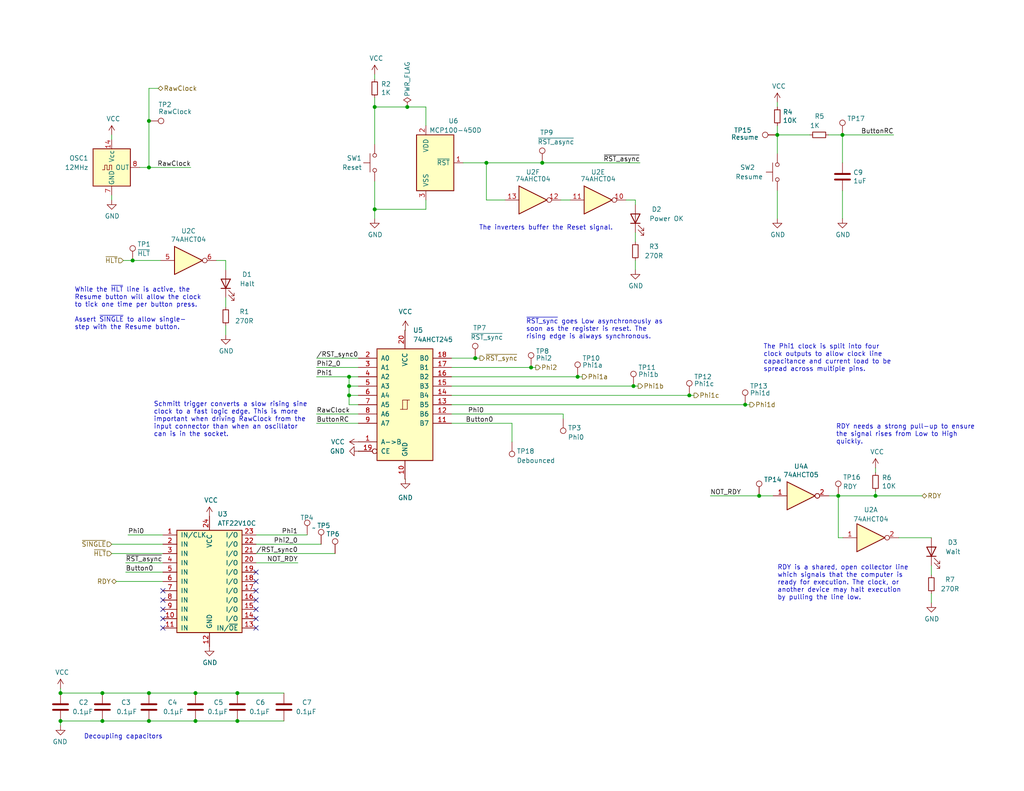
<source format=kicad_sch>
(kicad_sch (version 20250114) (generator "eeschema") (generator_version "9.0")
  (paper "USLetter")
  (title_block (title "Turtle16: Clock") (date "2023-10-15") (rev "D"))
  (lib_symbols
    (symbol "74xx:74HC245" (pin_names (offset 1.016))
      (property "Reference" "U" (at -7.62 16.51 0))
      (property "Value" "74HC245" (at -7.62 -16.51 0))
      (symbol "74HC245_1_0"
        (polyline (pts (xy -1.27 -1.27) (xy 0.635 -1.27) (xy 0.635 1.27) (xy 1.27 1.27)))
        (polyline (pts (xy -0.635 -1.27) (xy -0.635 1.27) (xy 0.635 1.27)))
        (pin tri_state line (at -12.7 12.7 0) (length 5.08) (name "A0") (number "2"))
        (pin tri_state line (at -12.7 10.16 0) (length 5.08) (name "A1") (number "3"))
        (pin tri_state line (at -12.7 7.62 0) (length 5.08) (name "A2") (number "4"))
        (pin tri_state line (at -12.7 5.08 0) (length 5.08) (name "A3") (number "5"))
        (pin tri_state line (at -12.7 2.54 0) (length 5.08) (name "A4") (number "6"))
        (pin tri_state line (at -12.7 0 0) (length 5.08) (name "A5") (number "7"))
        (pin tri_state line (at -12.7 -2.54 0) (length 5.08) (name "A6") (number "8"))
        (pin tri_state line (at -12.7 -5.08 0) (length 5.08) (name "A7") (number "9"))
        (pin input line (at -12.7 -10.16 0) (length 5.08) (name "A->B") (number "1"))
        (pin input inverted (at -12.7 -12.7 0) (length 5.08) (name "CE") (number "19"))
        (pin power_in line (at 0 20.32 270) (length 5.08) (name "VCC") (number "20"))
        (pin power_in line (at 0 -20.32 90) (length 5.08) (name "GND") (number "10"))
        (pin tri_state line (at 12.7 12.7 180) (length 5.08) (name "B0") (number "18"))
        (pin tri_state line (at 12.7 10.16 180) (length 5.08) (name "B1") (number "17"))
        (pin tri_state line (at 12.7 7.62 180) (length 5.08) (name "B2") (number "16"))
        (pin tri_state line (at 12.7 5.08 180) (length 5.08) (name "B3") (number "15"))
        (pin tri_state line (at 12.7 2.54 180) (length 5.08) (name "B4") (number "14"))
        (pin tri_state line (at 12.7 0 180) (length 5.08) (name "B5") (number "13"))
        (pin tri_state line (at 12.7 -2.54 180) (length 5.08) (name "B6") (number "12"))
        (pin tri_state line (at 12.7 -5.08 180) (length 5.08) (name "B7") (number "11"))
      )
      (symbol "74HC245_1_1"
        (rectangle (start -7.62 15.24) (end 7.62 -15.24) (stroke (width 0.254)) (fill (type background)))
      )
    )
    (symbol "74xx:74LS04"
      (property "Reference" "U" (at 0 1.27 0))
      (property "Value" "74LS04" (at 0 -1.27 0))
      (symbol "74LS04_1_0"
        (polyline (pts (xy -3.81 3.81) (xy -3.81 -3.81) (xy 3.81 0) (xy -3.81 3.81)) (stroke (width 0.254)) (fill (type background)))
        (pin input line (at -7.62 0 0) (length 3.81) (name "~") (number "1"))
        (pin output inverted (at 7.62 0 180) (length 3.81) (name "~") (number "2"))
      )
      (symbol "74LS04_2_0"
        (polyline (pts (xy -3.81 3.81) (xy -3.81 -3.81) (xy 3.81 0) (xy -3.81 3.81)) (stroke (width 0.254)) (fill (type background)))
        (pin input line (at -7.62 0 0) (length 3.81) (name "~") (number "3"))
        (pin output inverted (at 7.62 0 180) (length 3.81) (name "~") (number "4"))
      )
      (symbol "74LS04_3_0"
        (polyline (pts (xy -3.81 3.81) (xy -3.81 -3.81) (xy 3.81 0) (xy -3.81 3.81)) (stroke (width 0.254)) (fill (type background)))
        (pin input line (at -7.62 0 0) (length 3.81) (name "~") (number "5"))
        (pin output inverted (at 7.62 0 180) (length 3.81) (name "~") (number "6"))
      )
      (symbol "74LS04_4_0"
        (polyline (pts (xy -3.81 3.81) (xy -3.81 -3.81) (xy 3.81 0) (xy -3.81 3.81)) (stroke (width 0.254)) (fill (type background)))
        (pin input line (at -7.62 0 0) (length 3.81) (name "~") (number "9"))
        (pin output inverted (at 7.62 0 180) (length 3.81) (name "~") (number "8"))
      )
      (symbol "74LS04_5_0"
        (polyline (pts (xy -3.81 3.81) (xy -3.81 -3.81) (xy 3.81 0) (xy -3.81 3.81)) (stroke (width 0.254)) (fill (type background)))
        (pin input line (at -7.62 0 0) (length 3.81) (name "~") (number "11"))
        (pin output inverted (at 7.62 0 180) (length 3.81) (name "~") (number "10"))
      )
      (symbol "74LS04_6_0"
        (polyline (pts (xy -3.81 3.81) (xy -3.81 -3.81) (xy 3.81 0) (xy -3.81 3.81)) (stroke (width 0.254)) (fill (type background)))
        (pin input line (at -7.62 0 0) (length 3.81) (name "~") (number "13"))
        (pin output inverted (at 7.62 0 180) (length 3.81) (name "~") (number "12"))
      )
      (symbol "74LS04_7_0"
        (pin power_in line (at 0 12.7 270) (length 5.08) (name "VCC") (number "14"))
        (pin power_in line (at 0 -12.7 90) (length 5.08) (name "GND") (number "7"))
      )
      (symbol "74LS04_7_1"
        (rectangle (start -5.08 7.62) (end 5.08 -7.62) (stroke (width 0.254)) (fill (type background)))
      )
    )
    (symbol "74xx:74LS05" (pin_names (offset 1.016))
      (property "Reference" "U" (at 0 1.27 0))
      (property "Value" "74LS05" (at 0 -1.27 0))
      (symbol "74LS05_1_0"
        (polyline (pts (xy -3.81 3.81) (xy -3.81 -3.81) (xy 3.81 0) (xy -3.81 3.81)) (stroke (width 0.254)) (fill (type background)))
        (pin input line (at -7.62 0 0) (length 3.81) (name "~") (number "1"))
        (pin open_collector inverted (at 7.62 0 180) (length 3.81) (name "~") (number "2"))
      )
      (symbol "74LS05_2_0"
        (polyline (pts (xy -3.81 3.81) (xy -3.81 -3.81) (xy 3.81 0) (xy -3.81 3.81)) (stroke (width 0.254)) (fill (type background)))
        (pin input line (at -7.62 0 0) (length 3.81) (name "~") (number "3"))
        (pin open_collector inverted (at 7.62 0 180) (length 3.81) (name "~") (number "4"))
      )
      (symbol "74LS05_3_0"
        (polyline (pts (xy -3.81 3.81) (xy -3.81 -3.81) (xy 3.81 0) (xy -3.81 3.81)) (stroke (width 0.254)) (fill (type background)))
        (pin input line (at -7.62 0 0) (length 3.81) (name "~") (number "5"))
        (pin open_collector inverted (at 7.62 0 180) (length 3.81) (name "~") (number "6"))
      )
      (symbol "74LS05_4_0"
        (polyline (pts (xy -3.81 3.81) (xy -3.81 -3.81) (xy 3.81 0) (xy -3.81 3.81)) (stroke (width 0.254)) (fill (type background)))
        (pin input line (at -7.62 0 0) (length 3.81) (name "~") (number "9"))
        (pin open_collector inverted (at 7.62 0 180) (length 3.81) (name "~") (number "8"))
      )
      (symbol "74LS05_5_0"
        (polyline (pts (xy -3.81 3.81) (xy -3.81 -3.81) (xy 3.81 0) (xy -3.81 3.81)) (stroke (width 0.254)) (fill (type background)))
        (pin input line (at -7.62 0 0) (length 3.81) (name "~") (number "11"))
        (pin open_collector inverted (at 7.62 0 180) (length 3.81) (name "~") (number "10"))
      )
      (symbol "74LS05_6_0"
        (polyline (pts (xy -3.81 3.81) (xy -3.81 -3.81) (xy 3.81 0) (xy -3.81 3.81)) (stroke (width 0.254)) (fill (type background)))
        (pin input line (at -7.62 0 0) (length 3.81) (name "~") (number "13"))
        (pin open_collector inverted (at 7.62 0 180) (length 3.81) (name "~") (number "12"))
      )
      (symbol "74LS05_7_0"
        (pin power_in line (at 0 12.7 270) (length 5.08) (name "VCC") (number "14"))
        (pin power_in line (at 0 -12.7 90) (length 5.08) (name "GND") (number "7"))
      )
      (symbol "74LS05_7_1"
        (rectangle (start -5.08 7.62) (end 5.08 -7.62) (stroke (width 0.254)) (fill (type background)))
      )
    )
    (symbol "ClockModule-rescue:ATF22V10C-Logic_Programmable" (pin_names (offset 1.016))
      (property "Reference" "U" (at -7.62 17.78 0))
      (property "Value" "ATF22V10C-Logic_Programmable" (at -7.62 15.24 0))
      (symbol "ATF22V10C-Logic_Programmable_1_1"
        (rectangle (start -8.89 -15.24) (end 8.89 12.7) (stroke (width 0.254)) (fill (type background)))
        (pin input line (at -12.7 11.43 0) (length 3.81) (name "IN/CLK") (number "1"))
        (pin input line (at -12.7 8.89 0) (length 3.81) (name "IN") (number "2"))
        (pin input line (at -12.7 6.35 0) (length 3.81) (name "IN") (number "3"))
        (pin input line (at -12.7 3.81 0) (length 3.81) (name "IN") (number "4"))
        (pin input line (at -12.7 1.27 0) (length 3.81) (name "IN") (number "5"))
        (pin input line (at -12.7 -1.27 0) (length 3.81) (name "IN") (number "6"))
        (pin input line (at -12.7 -3.81 0) (length 3.81) (name "IN") (number "7"))
        (pin input line (at -12.7 -6.35 0) (length 3.81) (name "IN") (number "8"))
        (pin input line (at -12.7 -8.89 0) (length 3.81) (name "IN") (number "9"))
        (pin input line (at -12.7 -11.43 0) (length 3.81) (name "IN") (number "10"))
        (pin input line (at -12.7 -13.97 0) (length 3.81) (name "IN") (number "11"))
        (pin power_in line (at 0 16.51 270) (length 3.81) (name "VCC") (number "24"))
        (pin power_in line (at 0 -19.05 90) (length 3.81) (name "GND") (number "12"))
        (pin passive line (at 12.7 11.43 180) (length 3.81) (name "I/O") (number "23"))
        (pin passive line (at 12.7 8.89 180) (length 3.81) (name "I/O") (number "22"))
        (pin passive line (at 12.7 6.35 180) (length 3.81) (name "I/O") (number "21"))
        (pin passive line (at 12.7 3.81 180) (length 3.81) (name "I/O") (number "20"))
        (pin passive line (at 12.7 1.27 180) (length 3.81) (name "I/O") (number "19"))
        (pin passive line (at 12.7 -1.27 180) (length 3.81) (name "I/O") (number "18"))
        (pin passive line (at 12.7 -3.81 180) (length 3.81) (name "I/O") (number "17"))
        (pin passive line (at 12.7 -6.35 180) (length 3.81) (name "I/O") (number "16"))
        (pin passive line (at 12.7 -8.89 180) (length 3.81) (name "I/O") (number "15"))
        (pin passive line (at 12.7 -11.43 180) (length 3.81) (name "I/O") (number "14"))
        (pin input line (at 12.7 -13.97 180) (length 3.81) (name "IN/~{OE}") (number "13"))
      )
    )
    (symbol "Connector:TestPoint" (pin_numbers (hide yes)) (pin_names (offset 0.762) (hide yes))
      (property "Reference" "TP" (at 0 6.858 0))
      (property "Value" "TestPoint" (at 0 5.08 0))
      (symbol "TestPoint_0_1"
        (circle (center 0 3.302) (radius 0.762))
      )
      (symbol "TestPoint_1_1"
        (pin passive line (at 0 0 90) (length 2.54) (name "1") (number "1"))
      )
    )
    (symbol "Device:C" (pin_numbers (hide yes)) (pin_names (offset 0.254))
      (property "Reference" "C" (at 0.635 2.54 0))
      (property "Value" "C" (at 0.635 -2.54 0))
      (symbol "C_0_1"
        (polyline (pts (xy -2.032 0.762) (xy 2.032 0.762)) (stroke (width 0.508)))
        (polyline (pts (xy -2.032 -0.762) (xy 2.032 -0.762)) (stroke (width 0.508)))
      )
      (symbol "C_1_1"
        (pin passive line (at 0 3.81 270) (length 2.794) (name "~") (number "1"))
        (pin passive line (at 0 -3.81 90) (length 2.794) (name "~") (number "2"))
      )
    )
    (symbol "Device:LED" (pin_numbers (hide yes)) (pin_names (offset 1.016) (hide yes))
      (property "Reference" "D" (at 0 2.54 0))
      (property "Value" "LED" (at 0 -2.54 0))
      (symbol "LED_0_1"
        (polyline (pts (xy -3.048 -0.762) (xy -4.572 -2.286) (xy -3.81 -2.286) (xy -4.572 -2.286) (xy -4.572 -1.524)))
        (polyline (pts (xy -1.778 -0.762) (xy -3.302 -2.286) (xy -2.54 -2.286) (xy -3.302 -2.286) (xy -3.302 -1.524)))
        (polyline (pts (xy -1.27 0) (xy 1.27 0)))
        (polyline (pts (xy -1.27 -1.27) (xy -1.27 1.27)) (stroke (width 0.254)))
        (polyline (pts (xy 1.27 -1.27) (xy 1.27 1.27) (xy -1.27 0) (xy 1.27 -1.27)) (stroke (width 0.254)))
      )
      (symbol "LED_1_1"
        (pin passive line (at -3.81 0 0) (length 2.54) (name "K") (number "1"))
        (pin passive line (at 3.81 0 180) (length 2.54) (name "A") (number "2"))
      )
    )
    (symbol "Device:R_Small" (pin_numbers (hide yes)) (pin_names (offset 0.254) (hide yes))
      (property "Reference" "R" (at 0.762 0.508 0))
      (property "Value" "R_Small" (at 0.762 -1.016 0))
      (symbol "R_Small_0_1"
        (rectangle (start -0.762 1.778) (end 0.762 -1.778) (stroke (width 0.2032)))
      )
      (symbol "R_Small_1_1"
        (pin passive line (at 0 2.54 270) (length 0.762) (name "~") (number "1"))
        (pin passive line (at 0 -2.54 90) (length 0.762) (name "~") (number "2"))
      )
    )
    (symbol "Oscillator:ACO-xxxMHz" (pin_names (offset 0.254))
      (property "Reference" "X" (at -5.08 6.35 0))
      (property "Value" "ACO-xxxMHz" (at 1.27 -6.35 0))
      (symbol "ACO-xxxMHz_0_1"
        (rectangle (start -5.08 5.08) (end 5.08 -5.08) (stroke (width 0.254)) (fill (type background)))
        (polyline (pts (xy -2.54 -0.635) (xy -1.905 -0.635) (xy -1.905 0.635) (xy -1.27 0.635) (xy -1.27 -0.635) (xy -0.635 -0.635) (xy -0.635 0.635) (xy 0 0.635) (xy 0 -0.635)))
      )
      (symbol "ACO-xxxMHz_1_1"
        (pin no_connect line (at -5.08 2.54 0) (length 2.54) (hide yes) (name "NC") (number "1"))
        (pin power_in line (at 0 7.62 270) (length 2.54) (name "Vcc") (number "14"))
        (pin power_in line (at 0 -7.62 90) (length 2.54) (name "GND") (number "7"))
        (pin output line (at 7.62 0 180) (length 2.54) (name "OUT") (number "8"))
      )
    )
    (symbol "Power_Supervisor:MCP100-450D" (pin_names (offset 1.016))
      (property "Reference" "U" (at 0 8.89 0))
      (property "Value" "MCP100-450D" (at -1.27 -8.89 0))
      (symbol "MCP100-450D_1_1"
        (rectangle (start -5.08 7.62) (end 5.08 -7.62) (stroke (width 0.254)) (fill (type background)))
        (pin power_in line (at -2.54 10.16 270) (length 2.54) (name "VDD") (number "2"))
        (pin power_in line (at -2.54 -10.16 90) (length 2.54) (name "VSS") (number "3"))
        (pin output line (at 7.62 0 180) (length 2.54) (name "~{RST}") (number "1"))
      )
    )
    (symbol "Switch:SW_Push" (pin_numbers (hide yes)) (pin_names (offset 1.016) (hide yes))
      (property "Reference" "SW" (at 1.27 2.54 0))
      (property "Value" "SW_Push" (at 0 -1.524 0))
      (symbol "SW_Push_0_1"
        (circle (center -2.032 0) (radius 0.508))
        (polyline (pts (xy 0 1.27) (xy 0 3.048)))
        (circle (center 2.032 0) (radius 0.508))
        (polyline (pts (xy 2.54 1.27) (xy -2.54 1.27)))
        (pin passive line (at -5.08 0 0) (length 2.54) (name "1") (number "1"))
        (pin passive line (at 5.08 0 180) (length 2.54) (name "2") (number "2"))
      )
    )
    (symbol "power:GND" (power) (pin_names (offset 0))
      (property "Value" "GND" (at 0 -3.81 0))
      (symbol "GND_0_1"
        (polyline (pts (xy 0 0) (xy 0 -1.27) (xy 1.27 -1.27) (xy 0 -2.54) (xy -1.27 -1.27) (xy 0 -1.27)))
      )
      (symbol "GND_1_1"
        (pin power_in line (at 0 0 270) (length 0) (hide yes) (name "GND") (number "1"))
      )
    )
    (symbol "power:PWR_FLAG" (power) (pin_numbers (hide yes)) (pin_names (offset 0) (hide yes))
      (property "Value" "PWR_FLAG" (at 0 3.81 0))
      (symbol "PWR_FLAG_0_0"
        (pin power_out line (at 0 0 90) (length 0) (name "pwr") (number "1"))
      )
      (symbol "PWR_FLAG_0_1"
        (polyline (pts (xy 0 0) (xy 0 1.27) (xy -1.016 1.905) (xy 0 2.54) (xy 1.016 1.905) (xy 0 1.27)))
      )
    )
    (symbol "power:VCC" (power) (pin_names (offset 0))
      (property "Value" "VCC" (at 0 3.81 0))
      (symbol "VCC_0_1"
        (polyline (pts (xy -0.762 1.27) (xy 0 2.54)))
        (polyline (pts (xy 0 2.54) (xy 0.762 1.27)))
        (polyline (pts (xy 0 0) (xy 0 2.54)))
      )
      (symbol "VCC_1_1"
        (pin power_in line (at 0 0 90) (length 0) (hide yes) (name "VCC") (number "1"))
      )
    )
  )
  (text "~{RST_sync} goes Low asynchronously as\nsoon as the register is reset. The\nrising edge is always synchronous." (at 143.51 92.71 0) (effects (font (size 1.27 1.27)) (justify left bottom)))
  (text "RDY is a shared, open collector line\nwhich signals that the computer is\nready for execution. The clock, or\nanother device may halt execution\nby pulling the line low." (at 212.09 163.957 0) (effects (font (size 1.27 1.27)) (justify left bottom)))
  (text "The inverters buffer the Reset signal." (at 130.683 62.992 0) (effects (font (size 1.27 1.27)) (justify left bottom)))
  (text "RDY needs a strong pull-up to ensure\nthe signal rises from Low to High\nquickly." (at 228.092 121.412 0) (effects (font (size 1.27 1.27)) (justify left bottom)))
  (text "The Phi1 clock is split into four\nclock outputs to allow clock line\ncapacitance and current load to be\nspread across multiple pins." (at 208.28 101.6 0) (effects (font (size 1.27 1.27)) (justify left bottom)))
  (text "Schmitt trigger converts a slow rising sine\nclock to a fast logic edge. This is more\nimportant when driving RawClock from the\ninput connector than when an oscillator\ncan is in the socket." (at 41.91 119.38 0) (effects (font (size 1.27 1.27)) (justify left bottom)))
  (text "Unused devices" (at 48.26 219.075 0) (effects (font (size 1.27 1.27)) (justify left bottom)))
  (text "While the ~{HLT} line is active, the\nResume button will allow the clock\nto tick one time per button press.\n\nAssert ~{SINGLE} to allow single-\nstep with the Resume button." (at 20.32 90.17 0) (effects (font (size 1.27 1.27)) (justify left bottom)))
  (text "Decoupling capacitors" (at 22.86 201.93 0) (effects (font (size 1.27 1.27)) (justify left bottom)))
  (junction (at 106.68 290.83))
  (junction (at 72.39 262.89))
  (junction (at 106.68 276.86))
  (junction (at 95.25 107.95))
  (junction (at 203.327 110.49))
  (junction (at 53.34 189.23))
  (junction (at 207.137 135.382))
  (junction (at 157.607 102.87))
  (junction (at 102.235 57.15))
  (junction (at 238.887 135.382))
  (junction (at 64.77 189.23))
  (junction (at 72.39 289.56))
  (junction (at 72.39 250.19))
  (junction (at 40.64 33.02))
  (junction (at 16.51 189.23))
  (junction (at 188.087 107.95))
  (junction (at 132.715 44.45))
  (junction (at 229.87 36.83))
  (junction (at 95.25 105.41))
  (junction (at 212.09 36.83))
  (junction (at 27.94 196.85))
  (junction (at 40.64 45.72))
  (junction (at 27.94 189.23))
  (junction (at 111.125 29.21))
  (junction (at 40.64 196.85))
  (junction (at 102.235 29.21))
  (junction (at 16.51 196.85))
  (junction (at 172.847 105.41))
  (junction (at 95.25 102.87))
  (junction (at 36.195 71.12))
  (junction (at 72.39 276.86))
  (junction (at 144.907 100.33))
  (junction (at 129.667 97.79))
  (junction (at 147.955 44.45))
  (junction (at 64.77 196.85))
  (junction (at 228.727 135.382))
  (junction (at 53.34 196.85))
  (junction (at 72.39 237.49))
  (junction (at 40.64 189.23))
  (no_connect (at 87.63 276.86))
  (no_connect (at 44.45 168.91))
  (no_connect (at 69.85 171.45))
  (no_connect (at 44.45 163.83))
  (no_connect (at 69.85 156.21))
  (no_connect (at 121.92 276.86))
  (no_connect (at 44.45 171.45))
  (no_connect (at 69.85 161.29))
  (no_connect (at 44.45 161.29))
  (no_connect (at 87.63 250.19))
  (no_connect (at 87.63 237.49))
  (no_connect (at 69.85 168.91))
  (no_connect (at 69.85 158.75))
  (no_connect (at 87.63 289.56))
  (no_connect (at 69.85 166.37))
  (no_connect (at 69.85 163.83))
  (no_connect (at 87.63 262.89))
  (no_connect (at 44.45 166.37))
  (no_connect (at 121.92 290.83))
  (wire (pts (xy 44.45 156.21) (xy 34.29 156.21)))
  (wire (pts (xy 34.29 153.67) (xy 44.45 153.67)))
  (wire (pts (xy 226.187 135.382) (xy 228.727 135.382)))
  (wire (pts (xy 95.25 102.87) (xy 95.25 105.41)))
  (wire (pts (xy 229.997 146.812) (xy 228.727 146.812)))
  (wire (pts (xy 64.77 196.85) (xy 77.47 196.85)))
  (wire (pts (xy 173.355 63.5) (xy 173.355 66.04)))
  (wire (pts (xy 116.205 54.61) (xy 116.205 57.15)))
  (wire (pts (xy 72.39 276.86) (xy 72.39 289.56)))
  (wire (pts (xy 228.727 135.382) (xy 228.727 146.812)))
  (wire (pts (xy 147.955 44.45) (xy 174.625 44.45)))
  (wire (pts (xy 157.607 102.87) (xy 158.877 102.87)))
  (wire (pts (xy 44.45 151.13) (xy 30.48 151.13)))
  (wire (pts (xy 44.45 148.59) (xy 30.48 148.59)))
  (wire (pts (xy 40.64 45.72) (xy 52.07 45.72)))
  (wire (pts (xy 31.75 158.75) (xy 44.45 158.75)))
  (wire (pts (xy 102.235 57.15) (xy 116.205 57.15)))
  (wire (pts (xy 106.68 290.83) (xy 106.68 294.64)))
  (wire (pts (xy 72.39 227.33) (xy 72.39 237.49)))
  (wire (pts (xy 36.195 71.12) (xy 43.815 71.12)))
  (wire (pts (xy 193.802 135.382) (xy 207.137 135.382)))
  (wire (pts (xy 106.68 320.04) (xy 106.68 321.31)))
  (wire (pts (xy 97.79 120.65) (xy 97.917 120.65)))
  (wire (pts (xy 72.39 289.56) (xy 72.39 294.64)))
  (wire (pts (xy 203.327 110.49) (xy 204.597 110.49)))
  (wire (pts (xy 111.125 29.21) (xy 116.205 29.21)))
  (wire (pts (xy 123.19 113.03) (xy 153.67 113.03)))
  (wire (pts (xy 97.79 123.19) (xy 97.917 123.19)))
  (wire (pts (xy 110.49 90.17) (xy 110.617 90.17)))
  (wire (pts (xy 59.055 71.12) (xy 61.595 71.12)))
  (wire (pts (xy 132.715 44.45) (xy 147.955 44.45)))
  (wire (pts (xy 123.19 102.87) (xy 157.607 102.87)))
  (wire (pts (xy 139.7 120.65) (xy 139.7 115.57)))
  (wire (pts (xy 173.355 71.12) (xy 173.355 73.66)))
  (wire (pts (xy 95.25 105.41) (xy 95.25 107.95)))
  (wire (pts (xy 212.09 52.07) (xy 212.09 59.69)))
  (wire (pts (xy 153.67 114.3) (xy 153.67 113.03)))
  (wire (pts (xy 155.575 54.61) (xy 153.035 54.61)))
  (wire (pts (xy 226.06 36.83) (xy 229.87 36.83)))
  (wire (pts (xy 132.715 44.45) (xy 132.715 54.61)))
  (wire (pts (xy 229.87 36.83) (xy 243.84 36.83)))
  (wire (pts (xy 116.205 29.21) (xy 116.205 34.29)))
  (wire (pts (xy 86.36 102.87) (xy 95.25 102.87)))
  (wire (pts (xy 172.847 105.41) (xy 174.117 105.41)))
  (wire (pts (xy 106.68 276.86) (xy 106.68 290.83)))
  (wire (pts (xy 53.34 189.23) (xy 64.77 189.23)))
  (wire (pts (xy 254.127 162.052) (xy 254.127 164.592)))
  (wire (pts (xy 207.137 135.382) (xy 210.947 135.382)))
  (wire (pts (xy 95.25 107.95) (xy 95.25 110.49)))
  (wire (pts (xy 238.887 127.762) (xy 238.887 129.032)))
  (wire (pts (xy 72.39 262.89) (xy 72.39 276.86)))
  (wire (pts (xy 69.85 151.13) (xy 91.44 151.13)))
  (wire (pts (xy 106.68 226.06) (xy 106.68 276.86)))
  (wire (pts (xy 69.85 146.05) (xy 83.82 146.05)))
  (wire (pts (xy 72.39 320.04) (xy 72.39 323.85)))
  (wire (pts (xy 40.64 189.23) (xy 27.94 189.23)))
  (wire (pts (xy 34.925 146.05) (xy 44.45 146.05)))
  (wire (pts (xy 30.48 53.34) (xy 30.48 54.61)))
  (wire (pts (xy 144.907 100.33) (xy 146.177 100.33)))
  (wire (pts (xy 245.237 146.812) (xy 254.127 146.812)))
  (wire (pts (xy 16.51 196.85) (xy 16.51 198.12)))
  (wire (pts (xy 102.235 49.53) (xy 102.235 57.15)))
  (wire (pts (xy 61.595 88.9) (xy 61.595 91.44)))
  (wire (pts (xy 61.595 81.28) (xy 61.595 83.82)))
  (wire (pts (xy 188.087 107.95) (xy 189.357 107.95)))
  (wire (pts (xy 170.815 54.61) (xy 173.355 54.61)))
  (wire (pts (xy 27.94 189.23) (xy 16.51 189.23)))
  (wire (pts (xy 123.19 105.41) (xy 172.847 105.41)))
  (wire (pts (xy 97.79 113.03) (xy 86.36 113.03)))
  (wire (pts (xy 212.09 34.29) (xy 212.09 36.83)))
  (wire (pts (xy 16.51 189.23) (xy 16.51 187.96)))
  (wire (pts (xy 123.19 107.95) (xy 188.087 107.95)))
  (wire (pts (xy 173.355 54.61) (xy 173.355 55.88)))
  (wire (pts (xy 123.19 110.49) (xy 203.327 110.49)))
  (wire (pts (xy 102.235 26.67) (xy 102.235 29.21)))
  (wire (pts (xy 110.49 130.81) (xy 110.617 130.81)))
  (wire (pts (xy 123.19 115.57) (xy 139.7 115.57)))
  (wire (pts (xy 86.36 97.79) (xy 97.79 97.79)))
  (wire (pts (xy 102.235 29.21) (xy 111.125 29.21)))
  (wire (pts (xy 229.87 52.07) (xy 229.87 59.69)))
  (wire (pts (xy 95.25 105.41) (xy 97.79 105.41)))
  (wire (pts (xy 38.1 45.72) (xy 40.64 45.72)))
  (wire (pts (xy 126.365 44.45) (xy 132.715 44.45)))
  (wire (pts (xy 72.39 237.49) (xy 72.39 250.19)))
  (wire (pts (xy 53.34 196.85) (xy 64.77 196.85)))
  (wire (pts (xy 40.64 33.02) (xy 40.64 45.72)))
  (wire (pts (xy 228.727 135.382) (xy 238.887 135.382)))
  (wire (pts (xy 238.887 135.382) (xy 251.587 135.382)))
  (wire (pts (xy 40.64 189.23) (xy 53.34 189.23)))
  (wire (pts (xy 40.64 24.13) (xy 40.64 33.02)))
  (wire (pts (xy 61.595 71.12) (xy 61.595 73.66)))
  (wire (pts (xy 102.235 29.21) (xy 102.235 39.37)))
  (wire (pts (xy 123.19 97.79) (xy 129.667 97.79)))
  (wire (pts (xy 77.47 189.23) (xy 64.77 189.23)))
  (wire (pts (xy 129.667 97.79) (xy 130.937 97.79)))
  (wire (pts (xy 229.87 44.45) (xy 229.87 36.83)))
  (wire (pts (xy 95.25 110.49) (xy 97.79 110.49)))
  (wire (pts (xy 40.64 196.85) (xy 53.34 196.85)))
  (wire (pts (xy 95.25 107.95) (xy 97.79 107.95)))
  (wire (pts (xy 102.235 57.15) (xy 102.235 59.69)))
  (wire (pts (xy 95.25 102.87) (xy 97.79 102.87)))
  (wire (pts (xy 238.887 134.112) (xy 238.887 135.382)))
  (wire (pts (xy 27.94 196.85) (xy 40.64 196.85)))
  (wire (pts (xy 102.235 20.32) (xy 102.235 21.59)))
  (wire (pts (xy 69.85 148.59) (xy 87.63 148.59)))
  (wire (pts (xy 123.19 100.33) (xy 144.907 100.33)))
  (wire (pts (xy 97.79 115.57) (xy 86.36 115.57)))
  (wire (pts (xy 220.98 36.83) (xy 212.09 36.83)))
  (wire (pts (xy 86.36 100.33) (xy 97.79 100.33)))
  (wire (pts (xy 212.09 36.83) (xy 212.09 41.91)))
  (wire (pts (xy 16.51 196.85) (xy 27.94 196.85)))
  (wire (pts (xy 33.655 71.12) (xy 36.195 71.12)))
  (wire (pts (xy 72.39 250.19) (xy 72.39 262.89)))
  (wire (pts (xy 43.18 24.13) (xy 40.64 24.13)))
  (wire (pts (xy 132.715 54.61) (xy 137.795 54.61)))
  (wire (pts (xy 212.09 27.94) (xy 212.09 29.21)))
  (wire (pts (xy 81.28 153.67) (xy 69.85 153.67)))
  (wire (pts (xy 254.127 154.432) (xy 254.127 156.972)))
  (wire (pts (xy 30.48 36.83) (xy 30.48 38.1)))
  (label "{slash}RST_sync0" (at 86.36 97.79 0))
  (label "Phi1" (at 86.36 102.87 0))
  (label "~{RST_async}" (at 34.29 153.67 0))
  (label "Phi2_0" (at 86.36 100.33 0))
  (label "RawClock" (at 86.36 113.03 0))
  (label "~{RST_async}" (at 174.625 44.45 180))
  (label "Button0" (at 134.62 115.57 180))
  (label "NOT_RDY" (at 81.28 153.67 180))
  (label "{slash}RST_sync0" (at 81.28 151.13 180))
  (label "Button0" (at 34.29 156.21 0))
  (label "Phi0" (at 34.925 146.05 0))
  (label "Phi1" (at 81.28 146.05 180))
  (label "Phi2_0" (at 81.28 148.59 180))
  (label "Phi0" (at 132.08 113.03 180))
  (label "NOT_RDY" (at 193.802 135.382 0))
  (label "ButtonRC" (at 243.84 36.83 180))
  (label "ButtonRC" (at 86.36 115.57 0))
  (label "RawClock" (at 52.07 45.72 180))
  (hierarchical_label "Phi1d" (shape output) (at 204.597 110.49 0))
  (hierarchical_label "~{HLT}" (shape input) (at 33.655 71.12 180))
  (hierarchical_label "Phi1a" (shape output) (at 158.877 102.87 0))
  (hierarchical_label "Phi1b" (shape output) (at 174.117 105.41 0))
  (hierarchical_label "RDY" (shape tri_state) (at 251.587 135.382 0))
  (hierarchical_label "~{RST_sync}" (shape output) (at 130.937 97.79 0))
  (hierarchical_label "RawClock" (shape bidirectional) (at 43.18 24.13 0))
  (hierarchical_label "Phi1c" (shape output) (at 189.357 107.95 0))
  (hierarchical_label "~{SINGLE}" (shape input) (at 30.48 148.59 180))
  (hierarchical_label "RDY" (shape tri_state) (at 31.75 158.75 180))
  (hierarchical_label "~{HLT}" (shape input) (at 30.48 151.13 180))
  (hierarchical_label "Phi2" (shape output) (at 146.177 100.33 0))
  (symbol (lib_id "power:GND") (at 173.355 73.66 0) (unit 1)
    (property "Reference" "#PWR029" (effects (hide yes)))
    (property "Value" "GND" (at 173.482 78.0542 0))
  )
  (symbol (lib_id "Connector:TestPoint") (at 212.09 36.83 90) (unit 1)
    (property "Reference" "TP15" (at 205.105 35.56 90) (effects (justify left)))
    (property "Value" "Resume" (at 207.01 37.465 90) (effects (justify left)))
    (property "Footprint" "TestPoint:TestPoint_Pad_D1.0mm" (effects (hide yes)))
  )
  (symbol (lib_id "power:GND") (at 212.09 59.69 0) (unit 1)
    (property "Reference" "#PWR031" (effects (hide yes)))
    (property "Value" "GND" (at 212.217 64.0842 0))
  )
  (symbol (lib_id "Device:C") (at 27.94 193.04 0) (unit 1)
    (property "Reference" "C3" (at 33.02 191.77 0) (effects (justify left)))
    (property "Value" "0.1µF" (at 31.75 194.31 0) (effects (justify left)))
    (property "Footprint" "Capacitor_SMD:C_0603_1608Metric_Pad1.08x0.95mm_HandSolder" (effects (hide yes)))
    (property "Mouser" "https://www.mouser.com/ProductDetail/963-EMK107B7104KAHT" (effects (hide yes)))
  )
  (symbol (lib_id "Device:LED") (at 254.127 150.622 90) (unit 1)
    (property "Reference" "D3" (at 258.572 148.082 90) (effects (justify right)))
    (property "Value" "Wait" (at 257.937 150.622 90) (effects (justify right)))
    (property "Footprint" "LED_SMD:LED_0805_2012Metric" (effects (hide yes)))
    (property "Mouser" "https://www.mouser.com/ProductDetail/604-AP2012ID" (effects (hide yes)))
  )
  (symbol (lib_id "Device:C") (at 64.77 193.04 0) (mirror y) (unit 1)
    (property "Reference" "C6" (at 72.39 191.77 0) (effects (justify left)))
    (property "Value" "0.1µF" (at 73.66 194.31 0) (effects (justify left)))
    (property "Footprint" "Capacitor_SMD:C_0603_1608Metric_Pad1.08x0.95mm_HandSolder" (effects (hide yes)))
    (property "Mouser" "https://www.mouser.com/ProductDetail/963-EMK107B7104KAHT" (effects (hide yes)))
  )
  (symbol (lib_id "Oscillator:ACO-xxxMHz") (at 30.48 45.72 0) (unit 1)
    (property "Reference" "OSC1" (at 24.13 43.18 0) (effects (justify right)))
    (property "Value" "12MHz" (at 24.13 45.72 0) (effects (justify right)))
    (property "Footprint" "Oscillator:Oscillator_DIP-14" (effects (hide yes)))
    (property "Datasheet" "http://www.conwin.com/datasheets/cx/cx030.pdf" (effects (hide yes)))
    (property "Mouser" "https://www.mouser.com/ProductDetail/ABRACON/ACO-12000MHZ-EK?qs=2xLVn2jvFuvTNNmW6JUIaw%3D%3D" (effects (hide yes)))
    (property "Mouser2" "https://www.mouser.com/ProductDetail/535-1107741" (effects (hide yes)))
  )
  (symbol (lib_id "Device:R_Small") (at 254.127 159.512 0) (unit 1)
    (property "Reference" "R7" (at 259.207 158.242 0))
    (property "Value" "270R" (at 259.207 160.782 0))
    (property "Footprint" "Capacitor_SMD:C_0603_1608Metric" (effects (hide yes)))
    (property "Mouser" "https://www.mouser.com/ProductDetail/652-CR0603FX-2700ELF" (effects (hide yes)))
  )
  (symbol (lib_id "Device:LED") (at 61.595 77.47 90) (unit 1)
    (property "Reference" "D1" (at 66.04 74.93 90) (effects (justify right)))
    (property "Value" "Halt" (at 65.405 77.47 90) (effects (justify right)))
    (property "Footprint" "LED_SMD:LED_0805_2012Metric" (effects (hide yes)))
    (property "Mouser" "https://www.mouser.com/ProductDetail/604-AP2012ID" (effects (hide yes)))
  )
  (symbol (lib_id "Connector:TestPoint") (at 36.195 71.12 0) (unit 1)
    (property "Reference" "TP1" (at 37.465 66.675 0) (effects (justify left)))
    (property "Value" "~{HLT}" (at 37.465 69.215 0) (effects (justify left)))
    (property "Footprint" "TestPoint:TestPoint_Pad_D1.0mm" (effects (hide yes)))
  )
  (symbol (lib_id "Power_Supervisor:MCP100-450D") (at 118.745 44.45 0) (unit 1)
    (property "Reference" "U6" (at 125.095 33.02 0) (effects (justify right)))
    (property "Value" "MCP100-450D" (at 131.445 35.56 0) (effects (justify right)))
    (property "Footprint" "Package_TO_SOT_THT:TO-92" (effects (hide yes)))
    (property "Datasheet" "http://ww1.microchip.com/downloads/en/DeviceDoc/11187f.pdf" (effects (hide yes)))
    (property "Mouser" "https://www.mouser.com/ProductDetail/Microchip-Technology/MCP100-450DI-TO?qs=wJ05WdDZ4qSqHToh7J2ZpQ%3D%3D" (effects (hide yes)))
  )
  (symbol (lib_id "Connector:TestPoint") (at 83.82 146.05 0) (unit 1)
    (property "Reference" "TP4" (at 81.915 141.351 0) (effects (justify left)))
    (property "Value" "~" (at 85.09 144.145 0) (effects (justify left)))
    (property "Footprint" "TestPoint:TestPoint_Pad_D1.0mm" (effects (hide yes)))
  )
  (symbol (lib_id "Connector:TestPoint") (at 147.955 44.45 0) (unit 1)
    (property "Reference" "TP9" (at 147.32 36.195 0) (effects (justify left)))
    (property "Value" "~{RST_async}" (at 146.685 38.735 0) (effects (justify left)))
    (property "Footprint" "TestPoint:TestPoint_Pad_D1.0mm" (effects (hide yes)))
  )
  (symbol (lib_id "74xx:74LS05") (at 80.01 237.49 0) (unit 2)
    (property "Reference" "U4" (at 80.01 229.4382 0))
    (property "Value" "74AHCT05" (at 80.01 231.7496 0))
    (property "Footprint" "Package_SO:TSSOP-14_4.4x5mm_P0.65mm" (effects (hide yes)))
    (property "Datasheet" "http://www.ti.com/lit/gpn/sn74LS05" (effects (hide yes)))
    (property "Mouser" "https://www.mouser.com/ProductDetail/ON-Semiconductor-Fairchild/MM74HCT05MTC?qs=7qg%2FUSZkK84HVNk73cLWQw%3D%3D" (effects (hide yes)))
  )
  (symbol (lib_id "Connector:TestPoint") (at 207.137 135.382 0) (unit 1)
    (property "Reference" "TP14" (at 208.407 130.937 0) (effects (justify left)))
    (property "Value" "TP" (effects (hide yes)))
    (property "Footprint" "TestPoint:TestPoint_Pad_D1.0mm" (effects (hide yes)))
  )
  (symbol (lib_id "Connector:TestPoint") (at 229.87 36.83 0) (unit 1)
    (property "Reference" "TP17" (at 231.14 32.385 0) (effects (justify left)))
    (property "Value" "TP" (effects (hide yes)))
    (property "Footprint" "TestPoint:TestPoint_Pad_D1.0mm" (effects (hide yes)))
  )
  (symbol (lib_id "Device:LED") (at 173.355 59.69 90) (unit 1)
    (property "Reference" "D2" (at 177.8 57.15 90) (effects (justify right)))
    (property "Value" "Power OK" (at 177.165 59.69 90) (effects (justify right)))
    (property "Footprint" "LED_SMD:LED_0805_2012Metric" (effects (hide yes)))
    (property "Mouser" "https://www.mouser.com/ProductDetail/604-AP2012ID" (effects (hide yes)))
  )
  (symbol (lib_id "Device:C") (at 53.34 193.04 0) (mirror y) (unit 1)
    (property "Reference" "C5" (at 60.96 191.77 0) (effects (justify left)))
    (property "Value" "0.1µF" (at 62.23 194.31 0) (effects (justify left)))
    (property "Footprint" "Capacitor_SMD:C_0603_1608Metric_Pad1.08x0.95mm_HandSolder" (effects (hide yes)))
    (property "Mouser" "https://www.mouser.com/ProductDetail/963-EMK107B7104KAHT" (effects (hide yes)))
  )
  (symbol (lib_id "Device:R_Small") (at 238.887 131.572 0) (unit 1)
    (property "Reference" "R6" (at 240.6142 130.4036 0) (effects (justify left)))
    (property "Value" "10K" (at 240.6142 132.715 0) (effects (justify left)))
    (property "Footprint" "Resistor_SMD:R_0603_1608Metric_Pad0.98x0.95mm_HandSolder" (effects (hide yes)))
    (property "Mouser" "https://www.mouser.com/ProductDetail/652-CR0603FX-1001ELF" (effects (hide yes)))
  )
  (symbol (lib_id "power:VCC") (at 110.617 90.17 0) (unit 1)
    (property "Reference" "#PWR027" (effects (hide yes)))
    (property "Value" "VCC" (at 110.617 85.09 0))
  )
  (symbol (lib_id "74xx:74LS04") (at 106.68 307.34 0) (unit 7)
    (property "Reference" "U2" (at 115.57 306.07 0))
    (property "Value" "74AHCT04" (at 118.11 308.61 0))
    (property "Footprint" "Package_SO:TSSOP-14_4.4x5mm_P0.65mm" (effects (hide yes)))
    (property "Datasheet" "http://www.ti.com/lit/gpn/sn74LS04" (effects (hide yes)))
    (property "Mouser" "https://www.mouser.com/ProductDetail/771-AHCT04PW112" (effects (hide yes)))
  )
  (symbol (lib_id "Device:C") (at 16.51 193.04 0) (mirror y) (unit 1)
    (property "Reference" "C2" (at 24.13 191.77 0) (effects (justify left)))
    (property "Value" "0.1µF" (at 25.4 194.31 0) (effects (justify left)))
    (property "Footprint" "Capacitor_SMD:C_0603_1608Metric_Pad1.08x0.95mm_HandSolder" (effects (hide yes)))
    (property "Mouser" "https://www.mouser.com/ProductDetail/963-EMK107B7104KAHT" (effects (hide yes)))
  )
  (symbol (lib_id "74xx:74LS05") (at 218.567 135.382 0) (unit 1)
    (property "Reference" "U4" (at 218.567 127.3302 0))
    (property "Value" "74AHCT05" (at 218.567 129.6416 0))
    (property "Footprint" "Package_SO:TSSOP-14_4.4x5mm_P0.65mm" (effects (hide yes)))
    (property "Datasheet" "http://www.ti.com/lit/gpn/sn74LS05" (effects (hide yes)))
    (property "Mouser" "https://www.mouser.com/ProductDetail/ON-Semiconductor-Fairchild/MM74HCT05MTC?qs=7qg%2FUSZkK84HVNk73cLWQw%3D%3D" (effects (hide yes)))
  )
  (symbol (lib_id "Device:R_Small") (at 223.52 36.83 270) (unit 1)
    (property "Reference" "R5" (at 222.25 31.75 90) (effects (justify left)))
    (property "Value" "1K" (at 220.98 34.29 90) (effects (justify left)))
    (property "Footprint" "Resistor_SMD:R_0603_1608Metric_Pad0.98x0.95mm_HandSolder" (effects (hide yes)))
    (property "Mouser" "https://www.mouser.com/ProductDetail/652-CR0603FX-1001ELF" (effects (hide yes)))
  )
  (symbol (lib_id "Connector:TestPoint") (at 172.847 105.41 0) (unit 1)
    (property "Reference" "TP11" (at 174.117 100.33 0) (effects (justify left)))
    (property "Value" "Phi1b" (at 174.117 102.235 0) (effects (justify left)))
    (property "Footprint" "TestPoint:TestPoint_Pad_D1.0mm" (effects (hide yes)))
  )
  (symbol (lib_id "power:GND") (at 229.87 59.69 0) (unit 1)
    (property "Reference" "#PWR032" (effects (hide yes)))
    (property "Value" "GND" (at 229.997 64.0842 0))
  )
  (symbol (lib_id "Connector:TestPoint") (at 157.607 102.87 0) (unit 1)
    (property "Reference" "TP10" (at 158.877 97.79 0) (effects (justify left)))
    (property "Value" "Phi1a" (at 158.877 99.695 0) (effects (justify left)))
    (property "Footprint" "TestPoint:TestPoint_Pad_D1.0mm" (effects (hide yes)))
  )
  (symbol (lib_id "Connector:TestPoint") (at 139.7 120.65 0) (mirror x) (unit 1)
    (property "Reference" "TP18" (at 140.97 123.19 0) (effects (justify left)))
    (property "Value" "Debounced" (at 140.97 125.73 0) (effects (justify left)))
    (property "Footprint" "TestPoint:TestPoint_Pad_D1.0mm" (effects (hide yes)))
  )
  (symbol (lib_id "power:GND") (at 102.235 59.69 0) (unit 1)
    (property "Reference" "#PWR024" (effects (hide yes)))
    (property "Value" "GND" (at 102.362 64.0842 0))
  )
  (symbol (lib_id "ClockModule-rescue:ATF22V10C-Logic_Programmable") (at 57.15 157.48 0) (unit 1)
    (property "Reference" "U3" (at 59.3441 140.335 0) (effects (justify left)))
    (property "Value" "ATF22V10C" (at 59.3441 142.875 0) (effects (justify left)))
    (property "Footprint" "Package_DIP:DIP-24_W7.62mm_Socket" (effects (hide yes)))
  )
  (symbol (lib_id "Device:C") (at 40.64 193.04 0) (unit 1)
    (property "Reference" "C4" (at 45.72 191.77 0) (effects (justify left)))
    (property "Value" "0.1µF" (at 44.45 194.31 0) (effects (justify left)))
    (property "Footprint" "Capacitor_SMD:C_0603_1608Metric_Pad1.08x0.95mm_HandSolder" (effects (hide yes)))
    (property "Mouser" "https://www.mouser.com/ProductDetail/963-EMK107B7104KAHT" (effects (hide yes)))
  )
  (symbol (lib_id "power:GND") (at 97.917 123.19 270) (unit 1)
    (property "Reference" "#PWR022" (effects (hide yes)))
    (property "Value" "GND" (at 94.107 123.19 90) (effects (justify right)))
  )
  (symbol (lib_id "Device:R_Small") (at 212.09 31.75 0) (unit 1)
    (property "Reference" "R4" (at 213.5886 30.5816 0) (effects (justify left)))
    (property "Value" "10K" (at 213.5886 32.893 0) (effects (justify left)))
    (property "Footprint" "Resistor_SMD:R_0603_1608Metric_Pad0.98x0.95mm_HandSolder" (effects (hide yes)))
    (property "Mouser" "https://www.mouser.com/ProductDetail/652-CR0603FX-1002ELF" (effects (hide yes)))
  )
  (symbol (lib_id "power:VCC") (at 102.235 20.32 0) (unit 1)
    (property "Reference" "#PWR023" (effects (hide yes)))
    (property "Value" "VCC" (at 102.6668 15.9258 0))
  )
  (symbol (lib_id "74xx:74LS05") (at 72.39 307.34 0) (unit 7)
    (property "Reference" "U4" (at 78.232 306.1716 0) (effects (justify left)))
    (property "Value" "74AHCT05" (at 78.232 308.483 0) (effects (justify left)))
    (property "Footprint" "Package_SO:TSSOP-14_4.4x5mm_P0.65mm" (effects (hide yes)))
    (property "Datasheet" "http://www.ti.com/lit/gpn/sn74LS05" (effects (hide yes)))
    (property "Mouser" "https://www.mouser.com/ProductDetail/ON-Semiconductor-Fairchild/MM74HCT05MTC?qs=7qg%2FUSZkK84HVNk73cLWQw%3D%3D" (effects (hide yes)))
  )
  (symbol (lib_id "power:GND") (at 106.68 321.31 0) (mirror y) (unit 1)
    (property "Reference" "#PWR026" (effects (hide yes)))
    (property "Value" "GND" (at 106.553 325.7042 0))
  )
  (symbol (lib_id "74xx:74LS04") (at 114.3 276.86 0) (unit 2)
    (property "Reference" "U2" (at 114.3 268.8082 0))
    (property "Value" "74AHCT04" (at 114.3 271.1196 0))
    (property "Footprint" "Package_SO:TSSOP-14_4.4x5mm_P0.65mm" (effects (hide yes)))
    (property "Datasheet" "http://www.ti.com/lit/gpn/sn74LS04" (effects (hide yes)))
    (property "Mouser" "https://www.mouser.com/ProductDetail/771-AHCT04PW112" (effects (hide yes)))
  )
  (symbol (lib_id "74xx:74LS04") (at 237.617 146.812 0) (mirror x) (unit 1)
    (property "Reference" "U2" (at 237.617 139.192 0))
    (property "Value" "74AHCT04" (at 237.617 141.732 0))
    (property "Footprint" "Package_SO:TSSOP-14_4.4x5mm_P0.65mm" (effects (hide yes)))
    (property "Datasheet" "http://www.ti.com/lit/gpn/sn74LS04" (effects (hide yes)))
    (property "Mouser" "https://www.mouser.com/ProductDetail/771-AHCT04PW112" (effects (hide yes)))
  )
  (symbol (lib_id "Switch:SW_Push") (at 102.235 44.45 90) (unit 1)
    (property "Reference" "SW1" (at 94.615 43.18 90) (effects (justify right)))
    (property "Value" "Reset" (at 93.345 45.72 90) (effects (justify right)))
    (property "Footprint" "Button_Switch_THT:SW_PUSH_6mm_H5mm" (effects (hide yes)))
  )
  (symbol (lib_id "74xx:74LS05") (at 80.01 276.86 0) (unit 5)
    (property "Reference" "U4" (at 80.01 268.8082 0))
    (property "Value" "74AHCT05" (at 80.01 271.1196 0))
    (property "Footprint" "Package_SO:TSSOP-14_4.4x5mm_P0.65mm" (effects (hide yes)))
    (property "Datasheet" "http://www.ti.com/lit/gpn/sn74LS05" (effects (hide yes)))
    (property "Mouser" "https://www.mouser.com/ProductDetail/ON-Semiconductor-Fairchild/MM74HCT05MTC?qs=7qg%2FUSZkK84HVNk73cLWQw%3D%3D" (effects (hide yes)))
  )
  (symbol (lib_id "power:GND") (at 57.15 176.53 0) (unit 1)
    (property "Reference" "#PWR017" (effects (hide yes)))
    (property "Value" "GND" (at 57.277 180.9242 0))
  )
  (symbol (lib_id "power:VCC") (at 97.917 120.65 90) (unit 1)
    (property "Reference" "#PWR021" (effects (hide yes)))
    (property "Value" "VCC" (at 94.107 120.65 90) (effects (justify left)))
  )
  (symbol (lib_id "power:GND") (at 72.39 323.85 0) (mirror y) (unit 1)
    (property "Reference" "#PWR020" (effects (hide yes)))
    (property "Value" "GND" (at 72.263 328.2442 0))
  )
  (symbol (lib_id "power:PWR_FLAG") (at 111.125 29.21 0) (unit 1)
    (property "Reference" "#FLG03" (effects (hide yes)))
    (property "Value" "PWR_FLAG" (at 111.125 21.59 90))
  )
  (symbol (lib_id "74xx:74LS04") (at 114.3 290.83 0) (unit 4)
    (property "Reference" "U2" (at 114.3 282.7782 0))
    (property "Value" "74AHCT04" (at 114.3 285.0896 0))
    (property "Footprint" "Package_SO:TSSOP-14_4.4x5mm_P0.65mm" (effects (hide yes)))
    (property "Datasheet" "http://www.ti.com/lit/gpn/sn74LS04" (effects (hide yes)))
    (property "Mouser" "https://www.mouser.com/ProductDetail/771-AHCT04PW112" (effects (hide yes)))
  )
  (symbol (lib_id "power:VCC") (at 238.887 127.762 0) (unit 1)
    (property "Reference" "#PWR033" (effects (hide yes)))
    (property "Value" "VCC" (at 239.3188 123.3678 0))
  )
  (symbol (lib_id "power:GND") (at 61.595 91.44 0) (unit 1)
    (property "Reference" "#PWR018" (effects (hide yes)))
    (property "Value" "GND" (at 61.722 95.8342 0))
  )
  (symbol (lib_id "74xx:74LS05") (at 80.01 250.19 0) (unit 3)
    (property "Reference" "U4" (at 80.01 242.1382 0))
    (property "Value" "74AHCT05" (at 80.01 244.4496 0))
    (property "Footprint" "Package_SO:TSSOP-14_4.4x5mm_P0.65mm" (effects (hide yes)))
    (property "Datasheet" "http://www.ti.com/lit/gpn/sn74LS05" (effects (hide yes)))
    (property "Mouser" "https://www.mouser.com/ProductDetail/ON-Semiconductor-Fairchild/MM74HCT05MTC?qs=7qg%2FUSZkK84HVNk73cLWQw%3D%3D" (effects (hide yes)))
  )
  (symbol (lib_id "Switch:SW_Push") (at 212.09 46.99 90) (unit 1)
    (property "Reference" "SW2" (at 201.93 45.72 90) (effects (justify right)))
    (property "Value" "Resume" (at 200.66 48.26 90) (effects (justify right)))
    (property "Footprint" "Button_Switch_THT:SW_PUSH_6mm_H5mm" (effects (hide yes)))
  )
  (symbol (lib_id "Device:C") (at 229.87 48.26 0) (unit 1)
    (property "Reference" "C9" (at 232.791 47.0916 0) (effects (justify left)))
    (property "Value" "1uF" (at 232.791 49.403 0) (effects (justify left)))
    (property "Footprint" "Capacitor_SMD:C_0603_1608Metric_Pad1.08x0.95mm_HandSolder" (effects (hide yes)))
    (property "Mouser" "https://www.mouser.com/ProductDetail/Samsung-Electro-Mechanics/CL10A105KA8NFNC?qs=%252B6g0mu59x7ItvV%2F7DV9Lig%3D%3D" (effects (hide yes)))
  )
  (symbol (lib_id "Connector:TestPoint") (at 203.327 110.49 0) (unit 1)
    (property "Reference" "TP13" (at 204.597 105.41 0) (effects (justify left)))
    (property "Value" "Phi1d" (at 204.597 107.315 0) (effects (justify left)))
    (property "Footprint" "TestPoint:TestPoint_Pad_D1.0mm" (effects (hide yes)))
  )
  (symbol (lib_id "Connector:TestPoint") (at 153.67 114.3 0) (mirror x) (unit 1)
    (property "Reference" "TP3" (at 154.94 116.84 0) (effects (justify left)))
    (property "Value" "Phi0" (at 154.94 119.38 0) (effects (justify left)))
    (property "Footprint" "TestPoint:TestPoint_Pad_D1.0mm" (effects (hide yes)))
  )
  (symbol (lib_id "Connector:TestPoint") (at 129.667 97.79 0) (unit 1)
    (property "Reference" "TP7" (at 129.032 89.535 0) (effects (justify left)))
    (property "Value" "~{RST_sync}" (at 128.397 92.075 0) (effects (justify left)))
    (property "Footprint" "TestPoint:TestPoint_Pad_D1.0mm" (effects (hide yes)))
  )
  (symbol (lib_id "74xx:74LS04") (at 51.435 71.12 0) (unit 3)
    (property "Reference" "U2" (at 51.435 63.0682 0))
    (property "Value" "74AHCT04" (at 51.435 65.3796 0))
    (property "Footprint" "Package_SO:TSSOP-14_4.4x5mm_P0.65mm" (effects (hide yes)))
    (property "Datasheet" "http://www.ti.com/lit/gpn/sn74LS04" (effects (hide yes)))
    (property "Mouser" "https://www.mouser.com/ProductDetail/771-AHCT04PW112" (effects (hide yes)))
  )
  (symbol (lib_id "74xx:74LS05") (at 80.01 289.56 0) (unit 6)
    (property "Reference" "U4" (at 80.01 281.5082 0))
    (property "Value" "74AHCT05" (at 80.01 283.8196 0))
    (property "Footprint" "Package_SO:TSSOP-14_4.4x5mm_P0.65mm" (effects (hide yes)))
    (property "Datasheet" "http://www.ti.com/lit/gpn/sn74LS05" (effects (hide yes)))
    (property "Mouser" "https://www.mouser.com/ProductDetail/ON-Semiconductor-Fairchild/MM74HCT05MTC?qs=7qg%2FUSZkK84HVNk73cLWQw%3D%3D" (effects (hide yes)))
  )
  (symbol (lib_id "Device:R_Small") (at 173.355 68.58 0) (unit 1)
    (property "Reference" "R3" (at 178.435 67.31 0))
    (property "Value" "270R" (at 178.435 69.85 0))
    (property "Footprint" "Capacitor_SMD:C_0603_1608Metric" (effects (hide yes)))
    (property "Mouser" "https://www.mouser.com/ProductDetail/652-CR0603FX-2700ELF" (effects (hide yes)))
  )
  (symbol (lib_id "Device:C") (at 77.47 193.04 0) (mirror y) (unit 1)
    (property "Reference" "C7" (at 85.09 191.77 0) (effects (justify left)))
    (property "Value" "0.1µF" (at 86.36 194.31 0) (effects (justify left)))
    (property "Footprint" "Capacitor_SMD:C_0603_1608Metric_Pad1.08x0.95mm_HandSolder" (effects (hide yes)))
    (property "Mouser" "https://www.mouser.com/ProductDetail/963-EMK107B7104KAHT" (effects (hide yes)))
  )
  (symbol (lib_id "power:VCC") (at 72.39 227.33 0) (unit 1)
    (property "Reference" "#PWR019" (effects (hide yes)))
    (property "Value" "VCC" (at 72.8218 222.9358 0))
  )
  (symbol (lib_id "power:GND") (at 30.48 54.61 0) (unit 1)
    (property "Reference" "#PWR013" (effects (hide yes)))
    (property "Value" "GND" (at 30.607 59.0042 0))
  )
  (symbol (lib_id "power:VCC") (at 212.09 27.94 0) (unit 1)
    (property "Reference" "#PWR030" (effects (hide yes)))
    (property "Value" "VCC" (at 212.5218 23.5458 0))
  )
  (symbol (lib_id "74xx:74LS04") (at 163.195 54.61 0) (unit 5)
    (property "Reference" "U2" (at 163.195 46.99 0))
    (property "Value" "74AHCT04" (at 163.195 48.8696 0))
    (property "Footprint" "Package_SO:TSSOP-14_4.4x5mm_P0.65mm" (effects (hide yes)))
    (property "Datasheet" "http://www.ti.com/lit/gpn/sn74LS04" (effects (hide yes)))
    (property "Mouser" "https://www.mouser.com/ProductDetail/771-AHCT04PW112" (effects (hide yes)))
  )
  (symbol (lib_id "Connector:TestPoint") (at 228.727 135.382 0) (unit 1)
    (property "Reference" "TP16" (at 229.997 130.302 0) (effects (justify left)))
    (property "Value" "RDY" (at 229.997 132.842 0) (effects (justify left)))
    (property "Footprint" "TestPoint:TestPoint_Pad_D1.0mm" (effects (hide yes)))
  )
  (symbol (lib_id "Device:R_Small") (at 102.235 24.13 0) (unit 1)
    (property "Reference" "R2" (at 103.9622 22.9616 0) (effects (justify left)))
    (property "Value" "1K" (at 103.9622 25.273 0) (effects (justify left)))
    (property "Footprint" "Resistor_SMD:R_0603_1608Metric_Pad0.98x0.95mm_HandSolder" (effects (hide yes)))
    (property "Mouser" "https://www.mouser.com/ProductDetail/652-CR0603FX-1001ELF" (effects (hide yes)))
  )
  (symbol (lib_id "Connector:TestPoint") (at 40.64 33.02 270) (mirror x) (unit 1)
    (property "Reference" "TP2" (at 43.18 28.575 90) (effects (justify left)))
    (property "Value" "RawClock" (at 43.18 30.48 90) (effects (justify left)))
    (property "Footprint" "TestPoint:TestPoint_Pad_D1.0mm" (effects (hide yes)))
  )
  (symbol (lib_id "Connector:TestPoint") (at 144.907 100.33 0) (unit 1)
    (property "Reference" "TP8" (at 146.177 95.885 0) (effects (justify left)))
    (property "Value" "Phi2" (at 146.177 97.79 0) (effects (justify left)))
    (property "Footprint" "TestPoint:TestPoint_Pad_D1.0mm" (effects (hide yes)))
  )
  (symbol (lib_id "power:VCC") (at 106.68 226.06 0) (unit 1)
    (property "Reference" "#PWR025" (effects (hide yes)))
    (property "Value" "VCC" (at 107.1118 221.6658 0))
  )
  (symbol (lib_id "Connector:TestPoint") (at 188.087 107.95 0) (unit 1)
    (property "Reference" "TP12" (at 189.357 102.87 0) (effects (justify left)))
    (property "Value" "Phi1c" (at 189.357 104.775 0) (effects (justify left)))
    (property "Footprint" "TestPoint:TestPoint_Pad_D1.0mm" (effects (hide yes)))
  )
  (symbol (lib_id "Connector:TestPoint") (at 91.44 151.13 0) (unit 1)
    (property "Reference" "TP6" (at 89.027 145.796 0) (effects (justify left)))
    (property "Value" "TP" (effects (hide yes)))
    (property "Footprint" "TestPoint:TestPoint_Pad_D1.0mm" (effects (hide yes)))
  )
  (symbol (lib_id "power:GND") (at 16.51 198.12 0) (mirror y) (unit 1)
    (property "Reference" "#PWR011" (effects (hide yes)))
    (property "Value" "GND" (at 16.383 202.5142 0))
  )
  (symbol (lib_id "power:VCC") (at 16.51 187.96 0) (unit 1)
    (property "Reference" "#PWR010" (effects (hide yes)))
    (property "Value" "VCC" (at 16.9418 183.5658 0))
  )
  (symbol (lib_id "74xx:74LS05") (at 80.01 262.89 0) (unit 4)
    (property "Reference" "U4" (at 80.01 254.8382 0))
    (property "Value" "74AHCT05" (at 80.01 257.1496 0))
    (property "Footprint" "Package_SO:TSSOP-14_4.4x5mm_P0.65mm" (effects (hide yes)))
    (property "Datasheet" "http://www.ti.com/lit/gpn/sn74LS05" (effects (hide yes)))
    (property "Mouser" "https://www.mouser.com/ProductDetail/ON-Semiconductor-Fairchild/MM74HCT05MTC?qs=7qg%2FUSZkK84HVNk73cLWQw%3D%3D" (effects (hide yes)))
  )
  (symbol (lib_id "Device:R_Small") (at 61.595 86.36 0) (unit 1)
    (property "Reference" "R1" (at 66.675 85.09 0))
    (property "Value" "270R" (at 66.675 87.63 0))
    (property "Footprint" "Capacitor_SMD:C_0603_1608Metric" (effects (hide yes)))
    (property "Mouser" "https://www.mouser.com/ProductDetail/652-CR0603FX-2700ELF" (effects (hide yes)))
  )
  (symbol (lib_id "power:GND") (at 254.127 164.592 0) (unit 1)
    (property "Reference" "#PWR034" (effects (hide yes)))
    (property "Value" "GND" (at 254.254 168.9862 0))
  )
  (symbol (lib_id "Connector:TestPoint") (at 87.63 148.59 0) (mirror y) (unit 1)
    (property "Reference" "TP5" (at 90.17 143.51 0) (effects (justify left)))
    (property "Value" "TP" (effects (hide yes)))
    (property "Footprint" "TestPoint:TestPoint_Pad_D1.0mm" (effects (hide yes)))
  )
  (symbol (lib_id "power:VCC") (at 57.15 140.97 0) (unit 1)
    (property "Reference" "#PWR016" (effects (hide yes)))
    (property "Value" "VCC" (at 57.5818 136.5758 0))
  )
  (symbol (lib_id "power:VCC") (at 30.48 36.83 0) (unit 1)
    (property "Reference" "#PWR012" (effects (hide yes)))
    (property "Value" "VCC" (at 30.9118 32.4358 0))
  )
  (symbol (lib_id "74xx:74LS04") (at 145.415 54.61 0) (unit 6)
    (property "Reference" "U2" (at 145.415 46.99 0))
    (property "Value" "74AHCT04" (at 145.415 48.8696 0))
    (property "Footprint" "Package_SO:TSSOP-14_4.4x5mm_P0.65mm" (effects (hide yes)))
    (property "Datasheet" "http://www.ti.com/lit/gpn/sn74LS04" (effects (hide yes)))
    (property "Mouser" "https://www.mouser.com/ProductDetail/771-AHCT04PW112" (effects (hide yes)))
  )
  (symbol (lib_id "74xx:74HC245") (at 110.49 110.49 0) (unit 1)
    (property "Reference" "U5" (at 112.6841 90.17 0) (effects (justify left)))
    (property "Value" "74AHCT245" (at 112.6841 92.71 0) (effects (justify left)))
    (property "Footprint" "Package_SO:TSSOP-20_4.4x6.5mm_P0.65mm" (effects (hide yes)))
    (property "Datasheet" "http://www.ti.com/lit/gpn/sn74HC245" (effects (hide yes)))
  )
  (symbol (lib_id "power:GND") (at 110.617 130.81 0) (unit 1)
    (property "Reference" "#PWR028" (effects (hide yes)))
    (property "Value" "GND" (at 110.617 135.89 0))
  )
)
</source>
